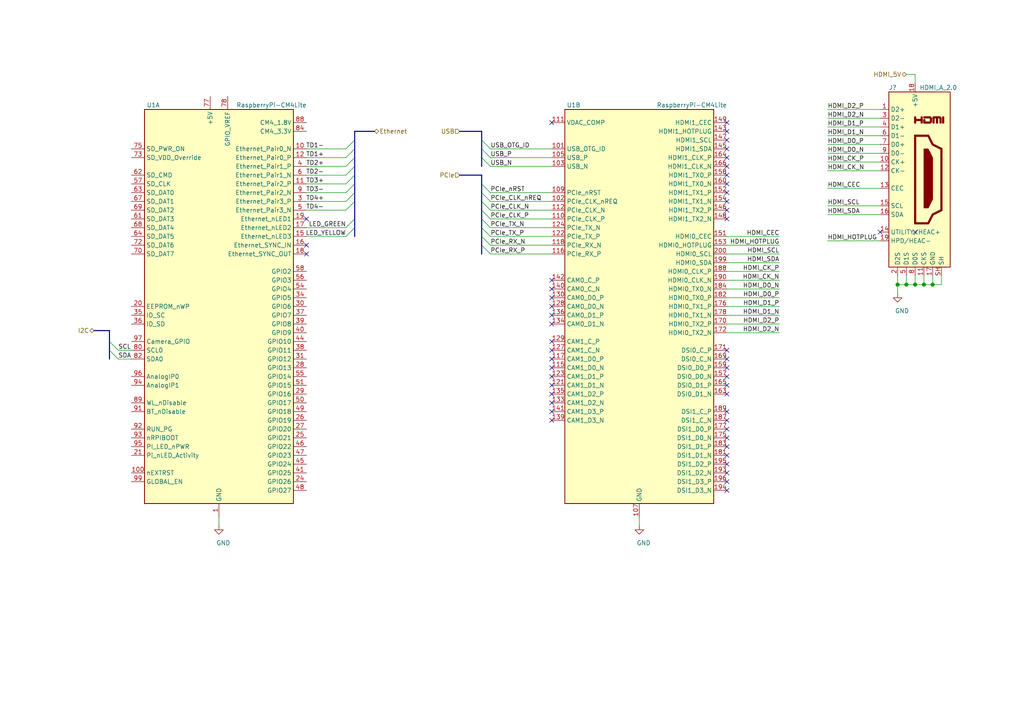
<source format=kicad_sch>
(kicad_sch (version 20201015) (generator eeschema)
  (paper "A4")
  (lib_symbols
    (symbol "Connector:HDMI_A_1.4"
      (property "Reference" "J" (at -6.35 26.67 0))
      (property "Value" "HDMI_A_1.4" (at 10.16 26.67 0))
      (symbol "HDMI_A_1.4_0_0"
        (polyline (pts (xy 8.128 16.51) (xy 8.128 18.034)) (stroke (width 0.635)))
        (polyline (pts (xy 0 16.51) (xy 0 18.034) (xy 0 17.272) (xy 1.905 17.272) (xy 1.905 18.034) (xy 1.905 16.51)) (stroke (width 0.635)))
        (polyline (pts (xy 2.667 18.034) (xy 4.318 18.034) (xy 4.572 17.78) (xy 4.572 16.764) (xy 4.318 16.51) (xy 2.667 16.51) (xy 2.667 17.272)) (stroke (width 0.635)))
      )
      (symbol "HDMI_A_1.4_0_1"
        (rectangle (start -7.62 25.4) (end 10.16 -25.4) (stroke (width 0.254)) (fill (type background)))
        (polyline (pts (xy 2.54 8.89) (xy 3.81 8.89) (xy 5.08 6.35) (xy 5.08 -5.715) (xy 3.81 -8.255) (xy 2.54 -8.255) (xy 2.54 8.89)) (fill (type outline)))
        (polyline (pts (xy 5.334 16.51) (xy 5.334 18.034) (xy 6.35 18.034) (xy 6.35 16.51) (xy 6.35 18.034) (xy 7.112 18.034) (xy 7.366 17.78) (xy 7.366 16.51)) (stroke (width 0.635)))
        (polyline (pts (xy 0 12.7) (xy 0 -12.7) (xy 3.81 -12.7) (xy 5.08 -10.16) (xy 7.62 -8.89) (xy 7.62 8.89) (xy 5.08 10.16) (xy 3.81 12.7) (xy 0 12.7)) (stroke (width 0.635)))
      )
      (symbol "HDMI_A_1.4_1_1"
        (pin passive line (at -10.16 20.32 0) (length 2.54) (name "D2+") (number "1"))
        (pin passive line (at -10.16 5.08 0) (length 2.54) (name "CK+") (number "10"))
        (pin power_in line (at 2.54 -27.94 90) (length 2.54) (name "CKS") (number "11"))
        (pin passive line (at -10.16 2.54 0) (length 2.54) (name "CK-") (number "12"))
        (pin bidirectional line (at -10.16 -2.54 0) (length 2.54) (name "CEC") (number "13"))
        (pin passive line (at -10.16 -15.24 0) (length 2.54) (name "UTILITY/HEAC+") (number "14"))
        (pin passive line (at -10.16 -7.62 0) (length 2.54) (name "SCL") (number "15"))
        (pin bidirectional line (at -10.16 -10.16 0) (length 2.54) (name "SDA") (number "16"))
        (pin power_in line (at 5.08 -27.94 90) (length 2.54) (name "GND") (number "17"))
        (pin power_in line (at 0 27.94 270) (length 2.54) (name "+5V") (number "18"))
        (pin passive line (at -10.16 -17.78 0) (length 2.54) (name "HPD/HEAC-") (number "19"))
        (pin power_in line (at -5.08 -27.94 90) (length 2.54) (name "D2S") (number "2"))
        (pin passive line (at -10.16 17.78 0) (length 2.54) (name "D2-") (number "3"))
        (pin passive line (at -10.16 15.24 0) (length 2.54) (name "D1+") (number "4"))
        (pin power_in line (at -2.54 -27.94 90) (length 2.54) (name "D1S") (number "5"))
        (pin passive line (at -10.16 12.7 0) (length 2.54) (name "D1-") (number "6"))
        (pin passive line (at -10.16 10.16 0) (length 2.54) (name "D0+") (number "7"))
        (pin power_in line (at 0 -27.94 90) (length 2.54) (name "D0S") (number "8"))
        (pin passive line (at -10.16 7.62 0) (length 2.54) (name "D0-") (number "9"))
        (pin passive line (at 7.62 -27.94 90) (length 2.54) (name "SH") (number "SH"))
      )
    )
    (symbol "LightBlue:RaspberryPi-CM4Lite"
      (property "Reference" "U" (at -20.32 58.42 0))
      (property "Value" "RaspberryPi-CM4Lite" (at 12.7 58.42 0))
      (symbol "RaspberryPi-CM4Lite_0_1"
        (rectangle (start 21.59 57.15) (end -21.59 -57.15) (stroke (width 0.254)) (fill (type background)))
      )
      (symbol "RaspberryPi-CM4Lite_1_1"
        (pin power_in line (at 0 -60.96 90) (length 3.81) (name "GND") (number "1"))
        (pin bidirectional line (at 25.4 45.72 180) (length 3.81) (name "Ethernet_Pair0_N") (number "10"))
        (pin output line (at -25.4 -48.26 0) (length 3.81) (name "nEXTRST") (number "100"))
        (pin bidirectional line (at 25.4 35.56 180) (length 3.81) (name "Ethernet_Pair2_P") (number "11"))
        (pin bidirectional line (at 25.4 43.18 180) (length 3.81) (name "Ethernet_Pair0_P") (number "12"))
        (pin passive line (at 0 -60.96 90) (length 3.81) hide (name "GND") (number "13"))
        (pin passive line (at 0 -60.96 90) (length 3.81) hide (name "GND") (number "14"))
        (pin output line (at 25.4 20.32 180) (length 3.81) (name "Ethernet_nLED3") (number "15"))
        (pin input line (at 25.4 17.78 180) (length 3.81) (name "Ethernet_SYNC_IN") (number "16"))
        (pin output line (at 25.4 22.86 180) (length 3.81) (name "Ethernet_nLED2") (number "17"))
        (pin output line (at 25.4 15.24 180) (length 3.81) (name "Ethernet_SYNC_OUT") (number "18"))
        (pin output line (at 25.4 25.4 180) (length 3.81) (name "Ethernet_nLED1") (number "19"))
        (pin passive line (at 0 -60.96 90) (length 3.81) hide (name "GND") (number "2"))
        (pin input line (at -25.4 0 0) (length 3.81) (name "EEPROM_nWP") (number "20"))
        (pin input line (at -25.4 -43.18 0) (length 3.81) (name "Pi_nLED_Activity") (number "21"))
        (pin passive line (at 0 -60.96 90) (length 3.81) hide (name "GND") (number "22"))
        (pin passive line (at 0 -60.96 90) (length 3.81) hide (name "GND") (number "23"))
        (pin bidirectional line (at 25.4 -50.8 180) (length 3.81) (name "GPIO26") (number "24"))
        (pin bidirectional line (at 25.4 -38.1 180) (length 3.81) (name "GPIO21") (number "25"))
        (pin bidirectional line (at 25.4 -33.02 180) (length 3.81) (name "GPIO19") (number "26"))
        (pin bidirectional line (at 25.4 -35.56 180) (length 3.81) (name "GPIO20") (number "27"))
        (pin bidirectional line (at 25.4 -17.78 180) (length 3.81) (name "GPIO13") (number "28"))
        (pin bidirectional line (at 25.4 -25.4 180) (length 3.81) (name "GPIO16") (number "29"))
        (pin bidirectional line (at 25.4 30.48 180) (length 3.81) (name "Ethernet_Pair3_P") (number "3"))
        (pin bidirectional line (at 25.4 0 180) (length 3.81) (name "GPIO6") (number "30"))
        (pin bidirectional line (at 25.4 -15.24 180) (length 3.81) (name "GPIO12") (number "31"))
        (pin passive line (at 0 -60.96 90) (length 3.81) hide (name "GND") (number "32"))
        (pin passive line (at 0 -60.96 90) (length 3.81) hide (name "GND") (number "33"))
        (pin bidirectional line (at 25.4 2.54 180) (length 3.81) (name "GPIO5") (number "34"))
        (pin bidirectional line (at -25.4 -2.54 0) (length 3.81) (name "ID_SC") (number "35"))
        (pin bidirectional line (at -25.4 -5.08 0) (length 3.81) (name "ID_SD") (number "36"))
        (pin bidirectional line (at 25.4 -2.54 180) (length 3.81) (name "GPIO7") (number "37"))
        (pin bidirectional line (at 25.4 -12.7 180) (length 3.81) (name "GPIO11") (number "38"))
        (pin bidirectional line (at 25.4 -5.08 180) (length 3.81) (name "GPIO8") (number "39"))
        (pin bidirectional line (at 25.4 40.64 180) (length 3.81) (name "Ethernet_Pair1_P") (number "4"))
        (pin bidirectional line (at 25.4 -7.62 180) (length 3.81) (name "GPIO9") (number "40"))
        (pin bidirectional line (at 25.4 -48.26 180) (length 3.81) (name "GPIO25") (number "41"))
        (pin passive line (at 0 -60.96 90) (length 3.81) hide (name "GND") (number "42"))
        (pin passive line (at 0 -60.96 90) (length 3.81) hide (name "GND") (number "43"))
        (pin bidirectional line (at 25.4 -10.16 180) (length 3.81) (name "GPIO10") (number "44"))
        (pin bidirectional line (at 25.4 -45.72 180) (length 3.81) (name "GPIO24") (number "45"))
        (pin bidirectional line (at 25.4 -40.64 180) (length 3.81) (name "GPIO22") (number "46"))
        (pin bidirectional line (at 25.4 -43.18 180) (length 3.81) (name "GPIO23") (number "47"))
        (pin bidirectional line (at 25.4 -53.34 180) (length 3.81) (name "GPIO27") (number "48"))
        (pin bidirectional line (at 25.4 -30.48 180) (length 3.81) (name "GPIO18") (number "49"))
        (pin bidirectional line (at 25.4 27.94 180) (length 3.81) (name "Ethernet_Pair3_N") (number "5"))
        (pin bidirectional line (at 25.4 -27.94 180) (length 3.81) (name "GPIO17") (number "50"))
        (pin bidirectional line (at 25.4 -22.86 180) (length 3.81) (name "GPIO15") (number "51"))
        (pin passive line (at 0 -60.96 90) (length 3.81) hide (name "GND") (number "52"))
        (pin passive line (at 0 -60.96 90) (length 3.81) hide (name "GND") (number "53"))
        (pin bidirectional line (at 25.4 5.08 180) (length 3.81) (name "GPIO4") (number "54"))
        (pin bidirectional line (at 25.4 -20.32 180) (length 3.81) (name "GPIO14") (number "55"))
        (pin bidirectional line (at 25.4 7.62 180) (length 3.81) (name "GPIO3") (number "56"))
        (pin output line (at -25.4 35.56 0) (length 3.81) (name "SD_CLK") (number "57"))
        (pin bidirectional line (at 25.4 10.16 180) (length 3.81) (name "GPIO2") (number "58"))
        (pin passive line (at 0 -60.96 90) (length 3.81) hide (name "GND") (number "59"))
        (pin bidirectional line (at 25.4 38.1 180) (length 3.81) (name "Ethernet_Pair1_N") (number "6"))
        (pin passive line (at 0 -60.96 90) (length 3.81) hide (name "GND") (number "60"))
        (pin bidirectional line (at -25.4 25.4 0) (length 3.81) (name "SD_DAT3") (number "61"))
        (pin output line (at -25.4 38.1 0) (length 3.81) (name "SD_CMD") (number "62"))
        (pin bidirectional line (at -25.4 33.02 0) (length 3.81) (name "SD_DAT0") (number "63"))
        (pin bidirectional line (at -25.4 20.32 0) (length 3.81) (name "SD_DAT5") (number "64"))
        (pin passive line (at 0 -60.96 90) (length 3.81) hide (name "GND") (number "65"))
        (pin passive line (at 0 -60.96 90) (length 3.81) hide (name "GND") (number "66"))
        (pin bidirectional line (at -25.4 30.48 0) (length 3.81) (name "SD_DAT1") (number "67"))
        (pin bidirectional line (at -25.4 22.86 0) (length 3.81) (name "SD_DAT4") (number "68"))
        (pin bidirectional line (at -25.4 27.94 0) (length 3.81) (name "SD_DAT2") (number "69"))
        (pin passive line (at 0 -60.96 90) (length 3.81) hide (name "GND") (number "7"))
        (pin bidirectional line (at -25.4 15.24 0) (length 3.81) (name "SD_DAT7") (number "70"))
        (pin passive line (at 0 -60.96 90) (length 3.81) hide (name "GND") (number "71"))
        (pin bidirectional line (at -25.4 17.78 0) (length 3.81) (name "SD_DAT6") (number "72"))
        (pin input line (at -25.4 43.18 0) (length 3.81) (name "SD_VDD_Override") (number "73"))
        (pin passive line (at 0 -60.96 90) (length 3.81) hide (name "GND") (number "74"))
        (pin output line (at -25.4 45.72 0) (length 3.81) (name "SD_PWR_ON") (number "75"))
        (pin unconnected line (at -20.32 -53.34 0) (length 3.81) hide (name "Reserved") (number "76"))
        (pin power_in line (at -2.54 60.96 270) (length 3.81) (name "+5V") (number "77"))
        (pin power_in line (at 2.54 60.96 270) (length 3.81) (name "GPIO_VREF") (number "78"))
        (pin passive line (at -2.54 60.96 270) (length 3.81) hide (name "+5V") (number "79"))
        (pin passive line (at 0 -60.96 90) (length 3.81) hide (name "GND") (number "8"))
        (pin output line (at -25.4 -12.7 0) (length 3.81) (name "SCL0") (number "80"))
        (pin passive line (at -2.54 60.96 270) (length 3.81) hide (name "+5V") (number "81"))
        (pin bidirectional line (at -25.4 -15.24 0) (length 3.81) (name "SDA0") (number "82"))
        (pin passive line (at -2.54 60.96 270) (length 3.81) hide (name "+5V") (number "83"))
        (pin power_out line (at 25.4 50.8 180) (length 3.81) (name "CM4_3.3V") (number "84"))
        (pin passive line (at -2.54 60.96 270) (length 3.81) hide (name "+5V") (number "85"))
        (pin passive line (at 25.4 50.8 180) (length 3.81) hide (name "CM4_3.3V") (number "86"))
        (pin passive line (at -2.54 60.96 270) (length 3.81) hide (name "+5V") (number "87"))
        (pin power_out line (at 25.4 53.34 180) (length 3.81) (name "CM4_1.8V") (number "88"))
        (pin input line (at -25.4 -27.94 0) (length 3.81) (name "WL_nDisable") (number "89"))
        (pin bidirectional line (at 25.4 33.02 180) (length 3.81) (name "Ethernet_Pair2_N") (number "9"))
        (pin passive line (at 25.4 53.34 180) (length 3.81) hide (name "CM4_1.8V") (number "90"))
        (pin input line (at -25.4 -30.48 0) (length 3.81) (name "BT_nDisable") (number "91"))
        (pin bidirectional line (at -25.4 -35.56 0) (length 3.81) (name "RUN_PG") (number "92"))
        (pin input line (at -25.4 -38.1 0) (length 3.81) (name "nRPIBOOT") (number "93"))
        (pin input line (at -25.4 -22.86 0) (length 3.81) (name "AnalogIP1") (number "94"))
        (pin output line (at -25.4 -40.64 0) (length 3.81) (name "PI_LED_nPWR") (number "95"))
        (pin input line (at -25.4 -20.32 0) (length 3.81) (name "AnalogIP0") (number "96"))
        (pin input line (at -25.4 -10.16 0) (length 3.81) (name "Camera_GPIO") (number "97"))
        (pin passive line (at 0 -60.96 90) (length 3.81) hide (name "GND") (number "98"))
        (pin input line (at -25.4 -50.8 0) (length 3.81) (name "GLOBAL_EN") (number "99"))
      )
      (symbol "RaspberryPi-CM4Lite_2_1"
        (pin input line (at -25.4 45.72 0) (length 3.81) (name "USB_OTG_ID") (number "101"))
        (pin input line (at -25.4 30.48 0) (length 3.81) (name "PCIe_CLK_nREQ") (number "102"))
        (pin bidirectional line (at -25.4 40.64 0) (length 3.81) (name "USB_N") (number "103"))
        (pin unconnected line (at -20.32 -53.34 0) (length 3.81) hide (name "Reserved") (number "104"))
        (pin bidirectional line (at -25.4 43.18 0) (length 3.81) (name "USB_P") (number "105"))
        (pin unconnected line (at -20.32 -55.88 0) (length 3.81) hide (name "Reserved") (number "106"))
        (pin power_in line (at 0 -60.96 90) (length 3.81) (name "GND") (number "107"))
        (pin passive line (at 0 -60.96 90) (length 3.81) hide (name "GND") (number "108"))
        (pin output line (at -25.4 33.02 0) (length 3.81) (name "PCIe_nRST") (number "109"))
        (pin output line (at -25.4 25.4 0) (length 3.81) (name "PCIe_CLK_P") (number "110"))
        (pin output line (at -25.4 53.34 0) (length 3.81) (name "VDAC_COMP") (number "111"))
        (pin output line (at -25.4 27.94 0) (length 3.81) (name "PCIe_CLK_N") (number "112"))
        (pin passive line (at 0 -60.96 90) (length 3.81) hide (name "GND") (number "113"))
        (pin passive line (at 0 -60.96 90) (length 3.81) hide (name "GND") (number "114"))
        (pin input line (at -25.4 -17.78 0) (length 3.81) (name "CAM1_D0_N") (number "115"))
        (pin input line (at -25.4 15.24 0) (length 3.81) (name "PCIe_RX_P") (number "116"))
        (pin input line (at -25.4 -15.24 0) (length 3.81) (name "CAM1_D0_P") (number "117"))
        (pin input line (at -25.4 17.78 0) (length 3.81) (name "PCIe_RX_N") (number "118"))
        (pin passive line (at 0 -60.96 90) (length 3.81) hide (name "GND") (number "119"))
        (pin passive line (at 0 -60.96 90) (length 3.81) hide (name "GND") (number "120"))
        (pin input line (at -25.4 -22.86 0) (length 3.81) (name "CAM1_D1_N") (number "121"))
        (pin output line (at -25.4 20.32 0) (length 3.81) (name "PCIe_TX_P") (number "122"))
        (pin input line (at -25.4 -20.32 0) (length 3.81) (name "CAM1_D1_P") (number "123"))
        (pin output line (at -25.4 22.86 0) (length 3.81) (name "PCIe_TX_N") (number "124"))
        (pin passive line (at 0 -60.96 90) (length 3.81) hide (name "GND") (number "125"))
        (pin passive line (at 0 -60.96 90) (length 3.81) hide (name "GND") (number "126"))
        (pin input line (at -25.4 -12.7 0) (length 3.81) (name "CAM1_C_N") (number "127"))
        (pin input line (at -25.4 0 0) (length 3.81) (name "CAM0_D0_N") (number "128"))
        (pin input line (at -25.4 -10.16 0) (length 3.81) (name "CAM1_C_P") (number "129"))
        (pin input line (at -25.4 2.54 0) (length 3.81) (name "CAM0_D0_P") (number "130"))
        (pin passive line (at 0 -60.96 90) (length 3.81) hide (name "GND") (number "131"))
        (pin passive line (at 0 -60.96 90) (length 3.81) hide (name "GND") (number "132"))
        (pin input line (at -25.4 -27.94 0) (length 3.81) (name "CAM1_D2_N") (number "133"))
        (pin input line (at -25.4 -5.08 0) (length 3.81) (name "CAM0_D1_N") (number "134"))
        (pin input line (at -25.4 -25.4 0) (length 3.81) (name "CAM1_D2_P") (number "135"))
        (pin input line (at -25.4 -2.54 0) (length 3.81) (name "CAM0_D1_P") (number "136"))
        (pin passive line (at 0 -60.96 90) (length 3.81) hide (name "GND") (number "137"))
        (pin passive line (at 0 -60.96 90) (length 3.81) hide (name "GND") (number "138"))
        (pin input line (at -25.4 -33.02 0) (length 3.81) (name "CAM1_D3_N") (number "139"))
        (pin input line (at -25.4 5.08 0) (length 3.81) (name "CAM0_C_N") (number "140"))
        (pin input line (at -25.4 -30.48 0) (length 3.81) (name "CAM1_D3_P") (number "141"))
        (pin input line (at -25.4 7.62 0) (length 3.81) (name "CAM0_C_P") (number "142"))
        (pin input line (at 25.4 50.8 180) (length 3.81) (name "HDMI1_HOTPLUG") (number "143"))
        (pin passive line (at 0 -60.96 90) (length 3.81) hide (name "GND") (number "144"))
        (pin bidirectional line (at 25.4 45.72 180) (length 3.81) (name "HDMI1_SDA") (number "145"))
        (pin output line (at 25.4 27.94 180) (length 3.81) (name "HDMI1_TX2_P") (number "146"))
        (pin input line (at 25.4 48.26 180) (length 3.81) (name "HDMI1_SCL") (number "147"))
        (pin output line (at 25.4 25.4 180) (length 3.81) (name "HDMI1_TX2_N") (number "148"))
        (pin input line (at 25.4 53.34 180) (length 3.81) (name "HDMI1_CEC") (number "149"))
        (pin passive line (at 0 -60.96 90) (length 3.81) hide (name "GND") (number "150"))
        (pin input line (at 25.4 20.32 180) (length 3.81) (name "HDMI0_CEC") (number "151"))
        (pin output line (at 25.4 33.02 180) (length 3.81) (name "HDMI1_TX1_P") (number "152"))
        (pin input line (at 25.4 17.78 180) (length 3.81) (name "HDMI0_HOTPLUG") (number "153"))
        (pin output line (at 25.4 30.48 180) (length 3.81) (name "HDMI1_TX1_N") (number "154"))
        (pin passive line (at 0 -60.96 90) (length 3.81) hide (name "GND") (number "155"))
        (pin passive line (at 0 -60.96 90) (length 3.81) hide (name "GND") (number "156"))
        (pin output line (at 25.4 -20.32 180) (length 3.81) (name "DSI0_D0_N") (number "157"))
        (pin output line (at 25.4 38.1 180) (length 3.81) (name "HDMI1_TX0_P") (number "158"))
        (pin output line (at 25.4 -17.78 180) (length 3.81) (name "DSI0_D0_P") (number "159"))
        (pin output line (at 25.4 35.56 180) (length 3.81) (name "HDMI1_TX0_N") (number "160"))
        (pin passive line (at 0 -60.96 90) (length 3.81) hide (name "GND") (number "161"))
        (pin passive line (at 0 -60.96 90) (length 3.81) hide (name "GND") (number "162"))
        (pin output line (at 25.4 -25.4 180) (length 3.81) (name "DSI0_D1_N") (number "163"))
        (pin output line (at 25.4 43.18 180) (length 3.81) (name "HDMI1_CLK_P") (number "164"))
        (pin output line (at 25.4 -22.86 180) (length 3.81) (name "DSI0_D1_P") (number "165"))
        (pin output line (at 25.4 40.64 180) (length 3.81) (name "HDMI1_CLK_N") (number "166"))
        (pin passive line (at 0 -60.96 90) (length 3.81) hide (name "GND") (number "167"))
        (pin passive line (at 0 -60.96 90) (length 3.81) hide (name "GND") (number "168"))
        (pin output line (at 25.4 -15.24 180) (length 3.81) (name "DSI0_C_N") (number "169"))
        (pin output line (at 25.4 -5.08 180) (length 3.81) (name "HDMI0_TX2_P") (number "170"))
        (pin output line (at 25.4 -12.7 180) (length 3.81) (name "DSI0_C_P") (number "171"))
        (pin output line (at 25.4 -7.62 180) (length 3.81) (name "HDMI0_TX2_N") (number "172"))
        (pin passive line (at 0 -60.96 90) (length 3.81) hide (name "GND") (number "173"))
        (pin passive line (at 0 -60.96 90) (length 3.81) hide (name "GND") (number "174"))
        (pin output line (at 25.4 -38.1 180) (length 3.81) (name "DSI1_D0_N") (number "175"))
        (pin output line (at 25.4 0 180) (length 3.81) (name "HDMI0_TX1_P") (number "176"))
        (pin output line (at 25.4 -35.56 180) (length 3.81) (name "DSI1_D0_P") (number "177"))
        (pin output line (at 25.4 -2.54 180) (length 3.81) (name "HDMI0_TX1_N") (number "178"))
        (pin passive line (at 0 -60.96 90) (length 3.81) hide (name "GND") (number "179"))
        (pin passive line (at 0 -60.96 90) (length 3.81) hide (name "GND") (number "180"))
        (pin output line (at 25.4 -43.18 180) (length 3.81) (name "DSI1_D1_N") (number "181"))
        (pin output line (at 25.4 2.54 180) (length 3.81) (name "HDMI0_TX0_P") (number "182"))
        (pin output line (at 25.4 -40.64 180) (length 3.81) (name "DSI1_D1_P") (number "183"))
        (pin output line (at 25.4 5.08 180) (length 3.81) (name "HDMI0_TX0_N") (number "184"))
        (pin passive line (at 0 -60.96 90) (length 3.81) hide (name "GND") (number "185"))
        (pin passive line (at 0 -60.96 90) (length 3.81) hide (name "GND") (number "186"))
        (pin output line (at 25.4 -33.02 180) (length 3.81) (name "DSI1_C_N") (number "187"))
        (pin output line (at 25.4 10.16 180) (length 3.81) (name "HDMI0_CLK_P") (number "188"))
        (pin output line (at 25.4 -30.48 180) (length 3.81) (name "DSI1_C_P") (number "189"))
        (pin output line (at 25.4 7.62 180) (length 3.81) (name "HDMI0_CLK_N") (number "190"))
        (pin passive line (at 0 -60.96 90) (length 3.81) hide (name "GND") (number "191"))
        (pin passive line (at 0 -60.96 90) (length 3.81) hide (name "GND") (number "192"))
        (pin output line (at 25.4 -48.26 180) (length 3.81) (name "DSI1_D2_N") (number "193"))
        (pin output line (at 25.4 -53.34 180) (length 3.81) (name "DSI1_D3_N") (number "194"))
        (pin output line (at 25.4 -45.72 180) (length 3.81) (name "DSI1_D2_P") (number "195"))
        (pin output line (at 25.4 -50.8 180) (length 3.81) (name "DSI1_D3_P") (number "196"))
        (pin passive line (at 0 -60.96 90) (length 3.81) hide (name "GND") (number "197"))
        (pin passive line (at 0 -60.96 90) (length 3.81) hide (name "GND") (number "198"))
        (pin bidirectional line (at 25.4 12.7 180) (length 3.81) (name "HDMI0_SDA") (number "199"))
        (pin bidirectional line (at 25.4 15.24 180) (length 3.81) (name "HDMI0_SCL") (number "200"))
      )
    )
    (symbol "power:GND" (power) (pin_names (offset 0))
      (property "Value" "GND" (at 0 -3.81 0))
      (symbol "GND_0_1"
        (polyline (pts (xy 0 0) (xy 0 -1.27) (xy 1.27 -1.27) (xy 0 -2.54) (xy -1.27 -1.27) (xy 0 -1.27)))
      )
      (symbol "GND_1_1"
        (pin power_in line (at 0 0 270) (length 0) hide (name "GND") (number "1"))
      )
    )
  )
  (junction (at 260.35 82.55) (diameter 1.016))
  (junction (at 262.89 82.55) (diameter 1.016))
  (junction (at 265.43 82.55) (diameter 1.016))
  (junction (at 267.97 82.55) (diameter 1.016))
  (junction (at 270.51 82.55) (diameter 1.016))
  (no_connect (at 88.9 63.5))
  (no_connect (at 88.9 71.12))
  (no_connect (at 88.9 73.66))
  (no_connect (at 160.02 35.56))
  (no_connect (at 160.02 81.28))
  (no_connect (at 160.02 83.82))
  (no_connect (at 160.02 86.36))
  (no_connect (at 160.02 88.9))
  (no_connect (at 160.02 91.44))
  (no_connect (at 160.02 93.98))
  (no_connect (at 160.02 99.06))
  (no_connect (at 160.02 101.6))
  (no_connect (at 160.02 104.14))
  (no_connect (at 160.02 106.68))
  (no_connect (at 160.02 109.22))
  (no_connect (at 160.02 111.76))
  (no_connect (at 160.02 114.3))
  (no_connect (at 160.02 116.84))
  (no_connect (at 160.02 119.38))
  (no_connect (at 160.02 121.92))
  (no_connect (at 210.82 35.56))
  (no_connect (at 210.82 38.1))
  (no_connect (at 210.82 40.64))
  (no_connect (at 210.82 43.18))
  (no_connect (at 210.82 45.72))
  (no_connect (at 210.82 48.26))
  (no_connect (at 210.82 50.8))
  (no_connect (at 210.82 53.34))
  (no_connect (at 210.82 55.88))
  (no_connect (at 210.82 58.42))
  (no_connect (at 210.82 60.96))
  (no_connect (at 210.82 63.5))
  (no_connect (at 210.82 101.6))
  (no_connect (at 210.82 104.14))
  (no_connect (at 210.82 106.68))
  (no_connect (at 210.82 109.22))
  (no_connect (at 210.82 111.76))
  (no_connect (at 210.82 114.3))
  (no_connect (at 210.82 119.38))
  (no_connect (at 210.82 121.92))
  (no_connect (at 210.82 124.46))
  (no_connect (at 210.82 127))
  (no_connect (at 210.82 129.54))
  (no_connect (at 210.82 132.08))
  (no_connect (at 210.82 134.62))
  (no_connect (at 210.82 137.16))
  (no_connect (at 210.82 139.7))
  (no_connect (at 210.82 142.24))
  (no_connect (at 255.27 67.31))
  (no_connect (at 265.43 67.31))
  (bus_entry (at 31.75 99.06) (size 2.54 2.54) (stroke (width 0.1524)))
  (bus_entry (at 31.75 101.6) (size 2.54 2.54) (stroke (width 0.1524)))
  (bus_entry (at 100.33 43.18) (size 2.54 -2.54) (stroke (width 0.1524)))
  (bus_entry (at 100.33 45.72) (size 2.54 -2.54) (stroke (width 0.1524)))
  (bus_entry (at 100.33 48.26) (size 2.54 -2.54) (stroke (width 0.1524)))
  (bus_entry (at 100.33 50.8) (size 2.54 -2.54) (stroke (width 0.1524)))
  (bus_entry (at 100.33 53.34) (size 2.54 -2.54) (stroke (width 0.1524)))
  (bus_entry (at 100.33 55.88) (size 2.54 -2.54) (stroke (width 0.1524)))
  (bus_entry (at 100.33 58.42) (size 2.54 -2.54) (stroke (width 0.1524)))
  (bus_entry (at 100.33 60.96) (size 2.54 -2.54) (stroke (width 0.1524)))
  (bus_entry (at 100.33 66.04) (size 2.54 -2.54) (stroke (width 0.1524)))
  (bus_entry (at 100.33 68.58) (size 2.54 -2.54) (stroke (width 0.1524)))
  (bus_entry (at 139.7 40.64) (size 2.54 2.54) (stroke (width 0.1524)))
  (bus_entry (at 139.7 43.18) (size 2.54 2.54) (stroke (width 0.1524)))
  (bus_entry (at 139.7 45.72) (size 2.54 2.54) (stroke (width 0.1524)))
  (bus_entry (at 139.7 53.34) (size 2.54 2.54) (stroke (width 0.1524)))
  (bus_entry (at 139.7 55.88) (size 2.54 2.54) (stroke (width 0.1524)))
  (bus_entry (at 139.7 58.42) (size 2.54 2.54) (stroke (width 0.1524)))
  (bus_entry (at 139.7 60.96) (size 2.54 2.54) (stroke (width 0.1524)))
  (bus_entry (at 139.7 63.5) (size 2.54 2.54) (stroke (width 0.1524)))
  (bus_entry (at 139.7 66.04) (size 2.54 2.54) (stroke (width 0.1524)))
  (bus_entry (at 139.7 68.58) (size 2.54 2.54) (stroke (width 0.1524)))
  (bus_entry (at 139.7 71.12) (size 2.54 2.54) (stroke (width 0.1524)))
  (wire (pts (xy 34.29 101.6) (xy 38.1 101.6)))
  (wire (pts (xy 34.29 104.14) (xy 38.1 104.14)))
  (wire (pts (xy 63.5 149.86) (xy 63.5 152.4)))
  (wire (pts (xy 88.9 43.18) (xy 100.33 43.18)))
  (wire (pts (xy 88.9 45.72) (xy 100.33 45.72)))
  (wire (pts (xy 88.9 48.26) (xy 100.33 48.26)))
  (wire (pts (xy 88.9 50.8) (xy 100.33 50.8)))
  (wire (pts (xy 88.9 53.34) (xy 100.33 53.34)))
  (wire (pts (xy 88.9 55.88) (xy 100.33 55.88)))
  (wire (pts (xy 88.9 58.42) (xy 100.33 58.42)))
  (wire (pts (xy 88.9 60.96) (xy 100.33 60.96)))
  (wire (pts (xy 88.9 66.04) (xy 100.33 66.04)))
  (wire (pts (xy 88.9 68.58) (xy 100.33 68.58)))
  (wire (pts (xy 142.24 43.18) (xy 160.02 43.18)))
  (wire (pts (xy 142.24 45.72) (xy 160.02 45.72)))
  (wire (pts (xy 142.24 48.26) (xy 160.02 48.26)))
  (wire (pts (xy 142.24 55.88) (xy 160.02 55.88)))
  (wire (pts (xy 142.24 58.42) (xy 160.02 58.42)))
  (wire (pts (xy 142.24 60.96) (xy 160.02 60.96)))
  (wire (pts (xy 142.24 63.5) (xy 160.02 63.5)))
  (wire (pts (xy 142.24 66.04) (xy 160.02 66.04)))
  (wire (pts (xy 142.24 68.58) (xy 160.02 68.58)))
  (wire (pts (xy 142.24 71.12) (xy 160.02 71.12)))
  (wire (pts (xy 142.24 73.66) (xy 160.02 73.66)))
  (wire (pts (xy 185.42 149.86) (xy 185.42 152.4)))
  (wire (pts (xy 210.82 68.58) (xy 226.06 68.58)))
  (wire (pts (xy 210.82 71.12) (xy 226.06 71.12)))
  (wire (pts (xy 210.82 73.66) (xy 226.06 73.66)))
  (wire (pts (xy 210.82 76.2) (xy 226.06 76.2)))
  (wire (pts (xy 210.82 78.74) (xy 226.06 78.74)))
  (wire (pts (xy 210.82 81.28) (xy 226.06 81.28)))
  (wire (pts (xy 210.82 83.82) (xy 226.06 83.82)))
  (wire (pts (xy 210.82 86.36) (xy 226.06 86.36)))
  (wire (pts (xy 210.82 88.9) (xy 226.06 88.9)))
  (wire (pts (xy 210.82 91.44) (xy 226.06 91.44)))
  (wire (pts (xy 210.82 93.98) (xy 226.06 93.98)))
  (wire (pts (xy 210.82 96.52) (xy 226.06 96.52)))
  (wire (pts (xy 240.03 31.75) (xy 255.27 31.75)))
  (wire (pts (xy 240.03 34.29) (xy 255.27 34.29)))
  (wire (pts (xy 240.03 36.83) (xy 255.27 36.83)))
  (wire (pts (xy 240.03 39.37) (xy 255.27 39.37)))
  (wire (pts (xy 240.03 41.91) (xy 255.27 41.91)))
  (wire (pts (xy 240.03 44.45) (xy 255.27 44.45)))
  (wire (pts (xy 240.03 46.99) (xy 255.27 46.99)))
  (wire (pts (xy 240.03 49.53) (xy 255.27 49.53)))
  (wire (pts (xy 240.03 54.61) (xy 255.27 54.61)))
  (wire (pts (xy 240.03 59.69) (xy 255.27 59.69)))
  (wire (pts (xy 240.03 62.23) (xy 255.27 62.23)))
  (wire (pts (xy 240.03 69.85) (xy 255.27 69.85)))
  (wire (pts (xy 260.35 80.01) (xy 260.35 82.55)))
  (wire (pts (xy 260.35 82.55) (xy 260.35 85.09)))
  (wire (pts (xy 260.35 82.55) (xy 262.89 82.55)))
  (wire (pts (xy 262.89 82.55) (xy 262.89 80.01)))
  (wire (pts (xy 262.89 82.55) (xy 265.43 82.55)))
  (wire (pts (xy 265.43 21.59) (xy 262.89 21.59)))
  (wire (pts (xy 265.43 24.13) (xy 265.43 21.59)))
  (wire (pts (xy 265.43 82.55) (xy 265.43 80.01)))
  (wire (pts (xy 265.43 82.55) (xy 267.97 82.55)))
  (wire (pts (xy 267.97 82.55) (xy 267.97 80.01)))
  (wire (pts (xy 267.97 82.55) (xy 270.51 82.55)))
  (wire (pts (xy 270.51 82.55) (xy 270.51 80.01)))
  (wire (pts (xy 270.51 82.55) (xy 273.05 82.55)))
  (wire (pts (xy 273.05 82.55) (xy 273.05 80.01)))
  (bus (pts (xy 27.305 95.885) (xy 31.75 95.885)))
  (bus (pts (xy 31.75 95.885) (xy 31.75 99.06)))
  (bus (pts (xy 31.75 99.06) (xy 31.75 101.6)))
  (bus (pts (xy 31.75 101.6) (xy 31.75 104.14)))
  (bus (pts (xy 102.87 38.1) (xy 108.585 38.1)))
  (bus (pts (xy 102.87 40.64) (xy 102.87 38.1)))
  (bus (pts (xy 102.87 43.18) (xy 102.87 40.64)))
  (bus (pts (xy 102.87 45.72) (xy 102.87 43.18)))
  (bus (pts (xy 102.87 48.26) (xy 102.87 45.72)))
  (bus (pts (xy 102.87 50.8) (xy 102.87 48.26)))
  (bus (pts (xy 102.87 53.34) (xy 102.87 50.8)))
  (bus (pts (xy 102.87 55.88) (xy 102.87 53.34)))
  (bus (pts (xy 102.87 58.42) (xy 102.87 55.88)))
  (bus (pts (xy 102.87 63.5) (xy 102.87 58.42)))
  (bus (pts (xy 102.87 66.04) (xy 102.87 63.5)))
  (bus (pts (xy 102.87 68.58) (xy 102.87 66.04)))
  (bus (pts (xy 133.35 38.1) (xy 139.7 38.1)))
  (bus (pts (xy 133.35 50.8) (xy 139.7 50.8)))
  (bus (pts (xy 139.7 40.64) (xy 139.7 38.1)))
  (bus (pts (xy 139.7 43.18) (xy 139.7 40.64)))
  (bus (pts (xy 139.7 45.72) (xy 139.7 43.18)))
  (bus (pts (xy 139.7 48.26) (xy 139.7 45.72)))
  (bus (pts (xy 139.7 53.34) (xy 139.7 50.8)))
  (bus (pts (xy 139.7 55.88) (xy 139.7 53.34)))
  (bus (pts (xy 139.7 55.88) (xy 139.7 58.42)))
  (bus (pts (xy 139.7 60.96) (xy 139.7 58.42)))
  (bus (pts (xy 139.7 63.5) (xy 139.7 60.96)))
  (bus (pts (xy 139.7 66.04) (xy 139.7 63.5)))
  (bus (pts (xy 139.7 68.58) (xy 139.7 66.04)))
  (bus (pts (xy 139.7 71.12) (xy 139.7 68.58)))
  (bus (pts (xy 139.7 71.12) (xy 139.7 73.66)))
  (label "SCL" (at 34.29 101.6 0))
  (label "SDA" (at 34.29 104.14 0))
  (label "TD1-" (at 93.98 43.18 180))
  (label "TD1+" (at 93.98 45.72 180))
  (label "TD2+" (at 93.98 48.26 180))
  (label "TD2-" (at 93.98 50.8 180))
  (label "TD3+" (at 93.98 53.34 180))
  (label "TD3-" (at 93.98 55.88 180))
  (label "TD4+" (at 93.98 58.42 180))
  (label "TD4-" (at 93.98 60.96 180))
  (label "LED_GREEN" (at 100.33 66.04 180))
  (label "LED_YELLOW" (at 100.33 68.58 180))
  (label "USB_OTG_ID" (at 142.24 43.18 0))
  (label "USB_P" (at 142.24 45.72 0))
  (label "USB_N" (at 142.24 48.26 0))
  (label "PCIe_nRST" (at 142.24 55.88 0))
  (label "PCIe_CLK_nREQ" (at 142.24 58.42 0))
  (label "PCIe_CLK_N" (at 142.24 60.96 0))
  (label "PCIe_CLK_P" (at 142.24 63.5 0))
  (label "PCIe_TX_N" (at 142.24 66.04 0))
  (label "PCIe_TX_P" (at 142.24 68.58 0))
  (label "PCIe_RX_N" (at 142.24 71.12 0))
  (label "PCIe_RX_P" (at 142.24 73.66 0))
  (label "HDMI_CEC" (at 226.06 68.58 180))
  (label "HDMI_HOTPLUG" (at 226.06 71.12 180))
  (label "HDMI_SCL" (at 226.06 73.66 180))
  (label "HDMI_SDA" (at 226.06 76.2 180))
  (label "HDMI_CK_P" (at 226.06 78.74 180))
  (label "HDMI_CK_N" (at 226.06 81.28 180))
  (label "HDMI_D0_N" (at 226.06 83.82 180))
  (label "HDMI_D0_P" (at 226.06 86.36 180))
  (label "HDMI_D1_P" (at 226.06 88.9 180))
  (label "HDMI_D1_N" (at 226.06 91.44 180))
  (label "HDMI_D2_P" (at 226.06 93.98 180))
  (label "HDMI_D2_N" (at 226.06 96.52 180))
  (label "HDMI_D2_P" (at 240.03 31.75 0))
  (label "HDMI_D2_N" (at 240.03 34.29 0))
  (label "HDMI_D1_P" (at 240.03 36.83 0))
  (label "HDMI_D1_N" (at 240.03 39.37 0))
  (label "HDMI_D0_P" (at 240.03 41.91 0))
  (label "HDMI_D0_N" (at 240.03 44.45 0))
  (label "HDMI_CK_P" (at 240.03 46.99 0))
  (label "HDMI_CK_N" (at 240.03 49.53 0))
  (label "HDMI_CEC" (at 240.03 54.61 0))
  (label "HDMI_SCL" (at 240.03 59.69 0))
  (label "HDMI_SDA" (at 240.03 62.23 0))
  (label "HDMI_HOTPLUG" (at 240.03 69.85 0))
  (hierarchical_label "I2C" (shape bidirectional) (at 27.305 95.885 180))
  (hierarchical_label "Ethernet" (shape bidirectional) (at 108.585 38.1 0))
  (hierarchical_label "USB" (shape input) (at 133.35 38.1 180))
  (hierarchical_label "PCIe" (shape input) (at 133.35 50.8 180))
  (hierarchical_label "HDMI_5V" (shape bidirectional) (at 262.89 21.59 180))
  (symbol (lib_id "power:GND") (at 63.5 152.4 0) (unit 1)
    (property "Reference" "#PWR?" (effects hide))
    (property "Value" "GND" (at 64.77 157.48 0))
  )
  (symbol (lib_id "power:GND") (at 185.42 152.4 0) (unit 1)
    (property "Reference" "#PWR?" (effects hide))
    (property "Value" "GND" (at 186.69 157.48 0))
  )
  (symbol (lib_id "power:GND") (at 260.35 85.09 0) (unit 1)
    (property "Reference" "#PWR?" (effects hide))
    (property "Value" "GND" (at 261.62 90.17 0))
  )
  (symbol (lib_id "Connector:HDMI_A_1.4") (at 265.43 52.07 0) (unit 1)
    (property "Reference" "J?" (at 257.81 25.4 0) (effects (justify left)))
    (property "Value" "HDMI_A_2.0" (at 266.7 25.4 0) (effects (justify left)))
    (property "Footprint" "LightBlue:HDMI_A_Molex_2086588131_Horizontal" (effects hide))
    (property "Datasheet" "https://en.wikipedia.org/wiki/HDMI" (effects hide))
  )
  (symbol (lib_id "LightBlue:RaspberryPi-CM4Lite") (at 185.42 88.9 0) (unit 2)
    (property "Reference" "U1" (at 166.37 30.48 0))
    (property "Value" "RaspberryPi-CM4Lite" (at 200.66 30.48 0))
    (property "Footprint" "Module:RaspberryPi-CM4" (effects hide))
    (property "Datasheet" "https://datasheets.raspberrypi.org/cm4/cm4-datasheet.pdf" (effects hide))
  )
  (symbol (lib_id "LightBlue:RaspberryPi-CM4Lite") (at 63.5 88.9 0) (unit 1)
    (property "Reference" "U1" (at 44.45 30.48 0))
    (property "Value" "RaspberryPi-CM4Lite" (at 78.74 30.48 0))
    (property "Footprint" "Module:RaspberryPi-CM4" (effects hide))
    (property "Datasheet" "https://datasheets.raspberrypi.org/cm4/cm4-datasheet.pdf" (effects hide))
  )
)
</source>
